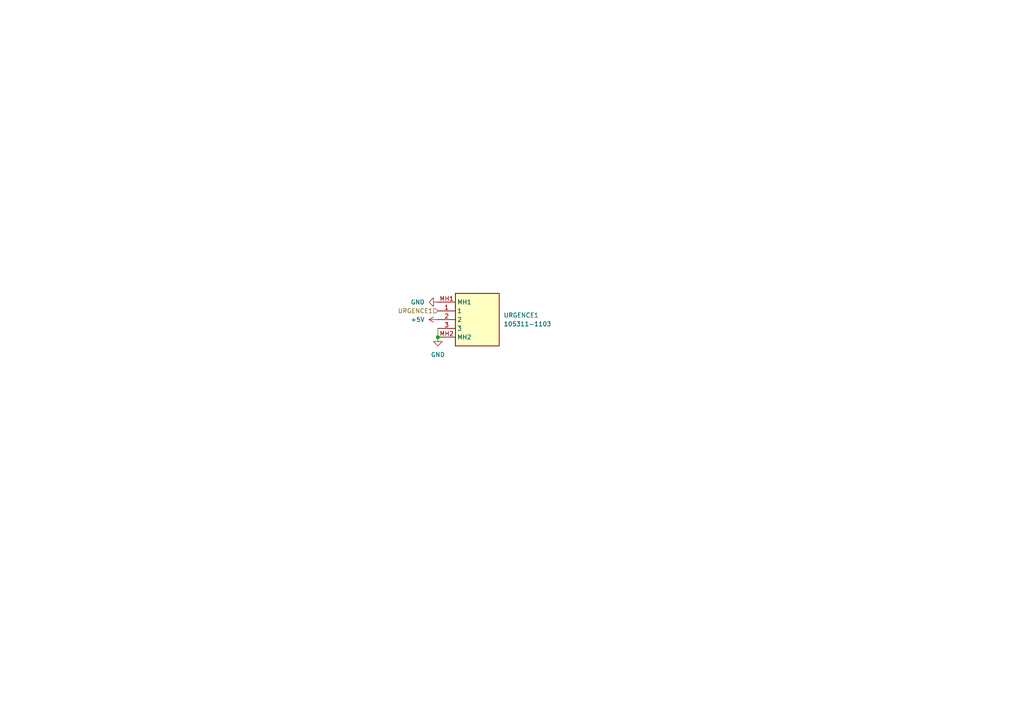
<source format=kicad_sch>
(kicad_sch
	(version 20231120)
	(generator "eeschema")
	(generator_version "8.0")
	(uuid "fe6d20db-b029-4e8b-a770-3908d96e5a24")
	(paper "A4")
	(lib_symbols
		(symbol "Library_Loader:105311-1103"
			(exclude_from_sim no)
			(in_bom yes)
			(on_board yes)
			(property "Reference" "J"
				(at 19.05 7.62 0)
				(effects
					(font
						(size 1.27 1.27)
					)
					(justify left top)
				)
			)
			(property "Value" "105311-1103"
				(at 19.05 5.08 0)
				(effects
					(font
						(size 1.27 1.27)
					)
					(justify left top)
				)
			)
			(property "Footprint" "1053111103"
				(at 19.05 -94.92 0)
				(effects
					(font
						(size 1.27 1.27)
					)
					(justify left top)
					(hide yes)
				)
			)
			(property "Datasheet" "https://www.molex.com/pdm_docs/sd/1053111103_sd.pdf"
				(at 19.05 -194.92 0)
				(effects
					(font
						(size 1.27 1.27)
					)
					(justify left top)
					(hide yes)
				)
			)
			(property "Description" "Headers & Wire Housings NANOFIT HDR VT SGL FRK 3CKT TIN BLK"
				(at 0 0 0)
				(effects
					(font
						(size 1.27 1.27)
					)
					(hide yes)
				)
			)
			(property "Height" "10.71"
				(at 19.05 -394.92 0)
				(effects
					(font
						(size 1.27 1.27)
					)
					(justify left top)
					(hide yes)
				)
			)
			(property "Mouser Part Number" "538-105311-1103"
				(at 19.05 -494.92 0)
				(effects
					(font
						(size 1.27 1.27)
					)
					(justify left top)
					(hide yes)
				)
			)
			(property "Mouser Price/Stock" "https://www.mouser.co.uk/ProductDetail/Molex/105311-1103?qs=5aG0NVq1C4wR26wp%2FKUPmg%3D%3D"
				(at 19.05 -594.92 0)
				(effects
					(font
						(size 1.27 1.27)
					)
					(justify left top)
					(hide yes)
				)
			)
			(property "Manufacturer_Name" "Molex"
				(at 19.05 -694.92 0)
				(effects
					(font
						(size 1.27 1.27)
					)
					(justify left top)
					(hide yes)
				)
			)
			(property "Manufacturer_Part_Number" "105311-1103"
				(at 19.05 -794.92 0)
				(effects
					(font
						(size 1.27 1.27)
					)
					(justify left top)
					(hide yes)
				)
			)
			(symbol "105311-1103_1_1"
				(rectangle
					(start 5.08 2.54)
					(end 17.78 -12.7)
					(stroke
						(width 0.254)
						(type default)
					)
					(fill
						(type background)
					)
				)
				(pin passive line
					(at 0 -2.54 0)
					(length 5.08)
					(name "1"
						(effects
							(font
								(size 1.27 1.27)
							)
						)
					)
					(number "1"
						(effects
							(font
								(size 1.27 1.27)
							)
						)
					)
				)
				(pin passive line
					(at 0 -5.08 0)
					(length 5.08)
					(name "2"
						(effects
							(font
								(size 1.27 1.27)
							)
						)
					)
					(number "2"
						(effects
							(font
								(size 1.27 1.27)
							)
						)
					)
				)
				(pin passive line
					(at 0 -7.62 0)
					(length 5.08)
					(name "3"
						(effects
							(font
								(size 1.27 1.27)
							)
						)
					)
					(number "3"
						(effects
							(font
								(size 1.27 1.27)
							)
						)
					)
				)
				(pin passive line
					(at 0 0 0)
					(length 5.08)
					(name "MH1"
						(effects
							(font
								(size 1.27 1.27)
							)
						)
					)
					(number "MH1"
						(effects
							(font
								(size 1.27 1.27)
							)
						)
					)
				)
				(pin passive line
					(at 0 -10.16 0)
					(length 5.08)
					(name "MH2"
						(effects
							(font
								(size 1.27 1.27)
							)
						)
					)
					(number "MH2"
						(effects
							(font
								(size 1.27 1.27)
							)
						)
					)
				)
			)
		)
		(symbol "power:+5V"
			(power)
			(pin_numbers hide)
			(pin_names
				(offset 0) hide)
			(exclude_from_sim no)
			(in_bom yes)
			(on_board yes)
			(property "Reference" "#PWR"
				(at 0 -3.81 0)
				(effects
					(font
						(size 1.27 1.27)
					)
					(hide yes)
				)
			)
			(property "Value" "+5V"
				(at 0 3.556 0)
				(effects
					(font
						(size 1.27 1.27)
					)
				)
			)
			(property "Footprint" ""
				(at 0 0 0)
				(effects
					(font
						(size 1.27 1.27)
					)
					(hide yes)
				)
			)
			(property "Datasheet" ""
				(at 0 0 0)
				(effects
					(font
						(size 1.27 1.27)
					)
					(hide yes)
				)
			)
			(property "Description" "Power symbol creates a global label with name \"+5V\""
				(at 0 0 0)
				(effects
					(font
						(size 1.27 1.27)
					)
					(hide yes)
				)
			)
			(property "ki_keywords" "global power"
				(at 0 0 0)
				(effects
					(font
						(size 1.27 1.27)
					)
					(hide yes)
				)
			)
			(symbol "+5V_0_1"
				(polyline
					(pts
						(xy -0.762 1.27) (xy 0 2.54)
					)
					(stroke
						(width 0)
						(type default)
					)
					(fill
						(type none)
					)
				)
				(polyline
					(pts
						(xy 0 0) (xy 0 2.54)
					)
					(stroke
						(width 0)
						(type default)
					)
					(fill
						(type none)
					)
				)
				(polyline
					(pts
						(xy 0 2.54) (xy 0.762 1.27)
					)
					(stroke
						(width 0)
						(type default)
					)
					(fill
						(type none)
					)
				)
			)
			(symbol "+5V_1_1"
				(pin power_in line
					(at 0 0 90)
					(length 0)
					(name "~"
						(effects
							(font
								(size 1.27 1.27)
							)
						)
					)
					(number "1"
						(effects
							(font
								(size 1.27 1.27)
							)
						)
					)
				)
			)
		)
		(symbol "power:GND"
			(power)
			(pin_numbers hide)
			(pin_names
				(offset 0) hide)
			(exclude_from_sim no)
			(in_bom yes)
			(on_board yes)
			(property "Reference" "#PWR"
				(at 0 -6.35 0)
				(effects
					(font
						(size 1.27 1.27)
					)
					(hide yes)
				)
			)
			(property "Value" "GND"
				(at 0 -3.81 0)
				(effects
					(font
						(size 1.27 1.27)
					)
				)
			)
			(property "Footprint" ""
				(at 0 0 0)
				(effects
					(font
						(size 1.27 1.27)
					)
					(hide yes)
				)
			)
			(property "Datasheet" ""
				(at 0 0 0)
				(effects
					(font
						(size 1.27 1.27)
					)
					(hide yes)
				)
			)
			(property "Description" "Power symbol creates a global label with name \"GND\" , ground"
				(at 0 0 0)
				(effects
					(font
						(size 1.27 1.27)
					)
					(hide yes)
				)
			)
			(property "ki_keywords" "global power"
				(at 0 0 0)
				(effects
					(font
						(size 1.27 1.27)
					)
					(hide yes)
				)
			)
			(symbol "GND_0_1"
				(polyline
					(pts
						(xy 0 0) (xy 0 -1.27) (xy 1.27 -1.27) (xy 0 -2.54) (xy -1.27 -1.27) (xy 0 -1.27)
					)
					(stroke
						(width 0)
						(type default)
					)
					(fill
						(type none)
					)
				)
			)
			(symbol "GND_1_1"
				(pin power_in line
					(at 0 0 270)
					(length 0)
					(name "~"
						(effects
							(font
								(size 1.27 1.27)
							)
						)
					)
					(number "1"
						(effects
							(font
								(size 1.27 1.27)
							)
						)
					)
				)
			)
		)
	)
	(junction
		(at 127 97.79)
		(diameter 0)
		(color 0 0 0 0)
		(uuid "976b8900-6857-4215-a0f5-48f86bed78ef")
	)
	(wire
		(pts
			(xy 127 97.79) (xy 127 95.25)
		)
		(stroke
			(width 0)
			(type default)
		)
		(uuid "d007415a-27dd-4313-8441-c962d40d2190")
	)
	(hierarchical_label "URGENCE1"
		(shape input)
		(at 127 90.17 180)
		(fields_autoplaced yes)
		(effects
			(font
				(size 1.27 1.27)
			)
			(justify right)
		)
		(uuid "8c78f2bc-0c53-47b0-aab5-5db9ca4ed3df")
	)
	(symbol
		(lib_id "power:+5V")
		(at 127 92.71 90)
		(unit 1)
		(exclude_from_sim no)
		(in_bom yes)
		(on_board yes)
		(dnp no)
		(fields_autoplaced yes)
		(uuid "48c25f83-d4bb-49a1-aa4b-42ac442c70c3")
		(property "Reference" "#PWR04"
			(at 130.81 92.71 0)
			(effects
				(font
					(size 1.27 1.27)
				)
				(hide yes)
			)
		)
		(property "Value" "+5V"
			(at 123.19 92.7099 90)
			(effects
				(font
					(size 1.27 1.27)
				)
				(justify left)
			)
		)
		(property "Footprint" ""
			(at 127 92.71 0)
			(effects
				(font
					(size 1.27 1.27)
				)
				(hide yes)
			)
		)
		(property "Datasheet" ""
			(at 127 92.71 0)
			(effects
				(font
					(size 1.27 1.27)
				)
				(hide yes)
			)
		)
		(property "Description" "Power symbol creates a global label with name \"+5V\""
			(at 127 92.71 0)
			(effects
				(font
					(size 1.27 1.27)
				)
				(hide yes)
			)
		)
		(pin "1"
			(uuid "4a542b6b-a790-41e8-b1ac-1ba429c6e5fc")
		)
		(instances
			(project ""
				(path "/3c3cb7cd-e8cc-430c-ac5b-45b76eff6266/9b4d5f90-57f3-4bbd-8849-5e04da99145c"
					(reference "#PWR04")
					(unit 1)
				)
			)
		)
	)
	(symbol
		(lib_id "power:GND")
		(at 127 97.79 0)
		(unit 1)
		(exclude_from_sim no)
		(in_bom yes)
		(on_board yes)
		(dnp no)
		(fields_autoplaced yes)
		(uuid "5ed74f59-e887-452f-b0ce-792584b7f1b9")
		(property "Reference" "#PWR012"
			(at 127 104.14 0)
			(effects
				(font
					(size 1.27 1.27)
				)
				(hide yes)
			)
		)
		(property "Value" "GND"
			(at 127 102.87 0)
			(effects
				(font
					(size 1.27 1.27)
				)
			)
		)
		(property "Footprint" ""
			(at 127 97.79 0)
			(effects
				(font
					(size 1.27 1.27)
				)
				(hide yes)
			)
		)
		(property "Datasheet" ""
			(at 127 97.79 0)
			(effects
				(font
					(size 1.27 1.27)
				)
				(hide yes)
			)
		)
		(property "Description" "Power symbol creates a global label with name \"GND\" , ground"
			(at 127 97.79 0)
			(effects
				(font
					(size 1.27 1.27)
				)
				(hide yes)
			)
		)
		(pin "1"
			(uuid "f19e6b56-c904-4a99-8e50-d98a1f0948a7")
		)
		(instances
			(project "PCB_CDFR"
				(path "/3c3cb7cd-e8cc-430c-ac5b-45b76eff6266/9b4d5f90-57f3-4bbd-8849-5e04da99145c"
					(reference "#PWR012")
					(unit 1)
				)
			)
		)
	)
	(symbol
		(lib_id "Library_Loader:105311-1103")
		(at 127 87.63 0)
		(unit 1)
		(exclude_from_sim no)
		(in_bom yes)
		(on_board yes)
		(dnp no)
		(fields_autoplaced yes)
		(uuid "870ff166-2e0f-4a2a-9e75-03f45824f25d")
		(property "Reference" "URGENCE1"
			(at 146.05 91.4399 0)
			(effects
				(font
					(size 1.27 1.27)
				)
				(justify left)
			)
		)
		(property "Value" "105311-1103"
			(at 146.05 93.9799 0)
			(effects
				(font
					(size 1.27 1.27)
				)
				(justify left)
			)
		)
		(property "Footprint" "Library_Loader:1053111103"
			(at 146.05 182.55 0)
			(effects
				(font
					(size 1.27 1.27)
				)
				(justify left top)
				(hide yes)
			)
		)
		(property "Datasheet" "https://www.molex.com/pdm_docs/sd/1053111103_sd.pdf"
			(at 146.05 282.55 0)
			(effects
				(font
					(size 1.27 1.27)
				)
				(justify left top)
				(hide yes)
			)
		)
		(property "Description" "Headers & Wire Housings NANOFIT HDR VT SGL FRK 3CKT TIN BLK"
			(at 127 87.63 0)
			(effects
				(font
					(size 1.27 1.27)
				)
				(hide yes)
			)
		)
		(property "Height" "10.71"
			(at 146.05 482.55 0)
			(effects
				(font
					(size 1.27 1.27)
				)
				(justify left top)
				(hide yes)
			)
		)
		(property "Mouser Part Number" "538-105311-1103"
			(at 146.05 582.55 0)
			(effects
				(font
					(size 1.27 1.27)
				)
				(justify left top)
				(hide yes)
			)
		)
		(property "Mouser Price/Stock" "https://www.mouser.co.uk/ProductDetail/Molex/105311-1103?qs=5aG0NVq1C4wR26wp%2FKUPmg%3D%3D"
			(at 146.05 682.55 0)
			(effects
				(font
					(size 1.27 1.27)
				)
				(justify left top)
				(hide yes)
			)
		)
		(property "Manufacturer_Name" "Molex"
			(at 146.05 782.55 0)
			(effects
				(font
					(size 1.27 1.27)
				)
				(justify left top)
				(hide yes)
			)
		)
		(property "Manufacturer_Part_Number" "105311-1103"
			(at 146.05 882.55 0)
			(effects
				(font
					(size 1.27 1.27)
				)
				(justify left top)
				(hide yes)
			)
		)
		(pin "3"
			(uuid "043cf821-5a0f-421b-9327-ba0e21fb6696")
		)
		(pin "MH2"
			(uuid "d4170f8d-45ce-46fe-b067-d37f53c214f9")
		)
		(pin "1"
			(uuid "2b0a596d-5d27-4cb9-b674-96d6d5f1d573")
		)
		(pin "2"
			(uuid "3863fe11-9884-4102-815d-a88aa256f28d")
		)
		(pin "MH1"
			(uuid "857a3de8-748f-4a40-bb50-7a6121bac998")
		)
		(instances
			(project "PCB_CDFR"
				(path "/3c3cb7cd-e8cc-430c-ac5b-45b76eff6266/9b4d5f90-57f3-4bbd-8849-5e04da99145c"
					(reference "URGENCE1")
					(unit 1)
				)
			)
		)
	)
	(symbol
		(lib_id "power:GND")
		(at 127 87.63 270)
		(unit 1)
		(exclude_from_sim no)
		(in_bom yes)
		(on_board yes)
		(dnp no)
		(fields_autoplaced yes)
		(uuid "d6229854-05ad-443a-988a-7bc3425e1045")
		(property "Reference" "#PWR03"
			(at 120.65 87.63 0)
			(effects
				(font
					(size 1.27 1.27)
				)
				(hide yes)
			)
		)
		(property "Value" "GND"
			(at 123.19 87.6299 90)
			(effects
				(font
					(size 1.27 1.27)
				)
				(justify right)
			)
		)
		(property "Footprint" ""
			(at 127 87.63 0)
			(effects
				(font
					(size 1.27 1.27)
				)
				(hide yes)
			)
		)
		(property "Datasheet" ""
			(at 127 87.63 0)
			(effects
				(font
					(size 1.27 1.27)
				)
				(hide yes)
			)
		)
		(property "Description" "Power symbol creates a global label with name \"GND\" , ground"
			(at 127 87.63 0)
			(effects
				(font
					(size 1.27 1.27)
				)
				(hide yes)
			)
		)
		(pin "1"
			(uuid "29b2f4ef-4601-460c-a716-4df103a236bc")
		)
		(instances
			(project "PCB_CDFR"
				(path "/3c3cb7cd-e8cc-430c-ac5b-45b76eff6266/9b4d5f90-57f3-4bbd-8849-5e04da99145c"
					(reference "#PWR03")
					(unit 1)
				)
			)
		)
	)
)

</source>
